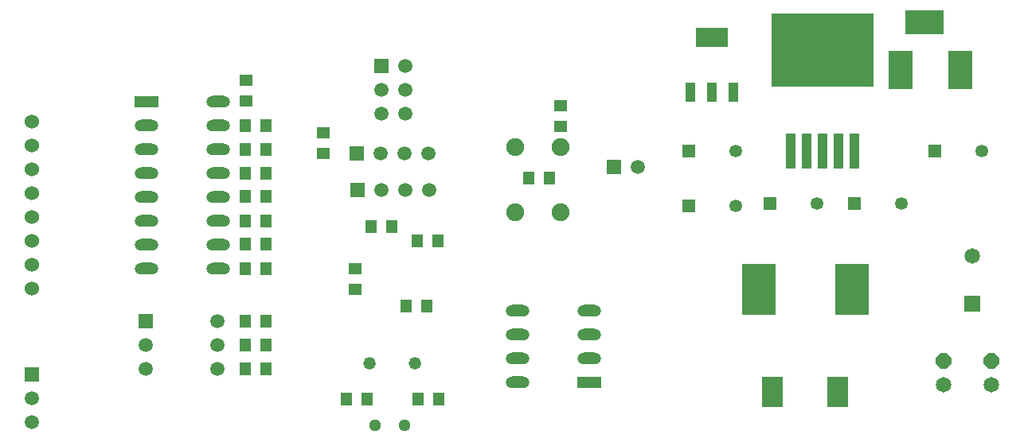
<source format=gbr>
G04*
G04 #@! TF.GenerationSoftware,Altium Limited,Altium Designer,22.4.2 (48)*
G04*
G04 Layer_Color=255*
%FSLAX24Y24*%
%MOIN*%
G70*
G04*
G04 #@! TF.SameCoordinates,3D4B7757-4479-4088-A00E-F10E6AE17A54*
G04*
G04*
G04 #@! TF.FilePolarity,Positive*
G04*
G01*
G75*
%ADD23R,0.0472X0.0551*%
%ADD24R,0.0551X0.0472*%
%ADD38C,0.0600*%
%ADD52C,0.0591*%
%ADD53R,0.0591X0.0591*%
%ADD54R,0.1000X0.0500*%
%ADD55O,0.1000X0.0500*%
%ADD56C,0.0520*%
%ADD57R,0.0591X0.0591*%
%ADD58C,0.0512*%
%ADD59C,0.0750*%
%ADD60R,0.0531X0.0531*%
%ADD61C,0.0531*%
%ADD62P,0.0704X8X292.5*%
%ADD63C,0.0650*%
%ADD64R,0.0650X0.0650*%
%ADD65C,0.0650*%
%ADD66R,0.1600X0.1000*%
%ADD67R,0.1000X0.1600*%
%ADD69R,0.0433X0.0846*%
%ADD70R,0.1319X0.0846*%
%ADD71R,0.1417X0.2165*%
%ADD72R,0.0886X0.1252*%
%ADD73R,0.0390X0.1492*%
%ADD74R,0.4268X0.3102*%
D23*
X20030Y4475D02*
D03*
X19164D02*
D03*
X20034Y5470D02*
D03*
X19168D02*
D03*
X20030Y6465D02*
D03*
X19164D02*
D03*
X20034Y8680D02*
D03*
X19168D02*
D03*
X20034Y11688D02*
D03*
X19168D02*
D03*
X20034Y9700D02*
D03*
X19168D02*
D03*
X20034Y10678D02*
D03*
X19168D02*
D03*
X24428Y10450D02*
D03*
X25294D02*
D03*
X27234Y9850D02*
D03*
X26368D02*
D03*
X23388Y3200D02*
D03*
X24254D02*
D03*
X27254D02*
D03*
X26388D02*
D03*
X25888Y7100D02*
D03*
X26754D02*
D03*
X20030Y14677D02*
D03*
X19164D02*
D03*
X20034Y12678D02*
D03*
X19168D02*
D03*
X20034Y13680D02*
D03*
X19168D02*
D03*
X31045Y12461D02*
D03*
X31911D02*
D03*
D24*
X23761Y7797D02*
D03*
Y8663D02*
D03*
X22441Y13497D02*
D03*
Y14363D02*
D03*
X19201Y16583D02*
D03*
Y15717D02*
D03*
X32358Y15494D02*
D03*
Y14628D02*
D03*
D38*
X10221Y14830D02*
D03*
Y13830D02*
D03*
Y12830D02*
D03*
Y11830D02*
D03*
Y10830D02*
D03*
Y9830D02*
D03*
Y8830D02*
D03*
Y7830D02*
D03*
D52*
X26851Y11970D02*
D03*
X25851D02*
D03*
X24851D02*
D03*
X14984Y5470D02*
D03*
Y4470D02*
D03*
X17984Y6470D02*
D03*
Y5470D02*
D03*
Y4470D02*
D03*
X25861Y17168D02*
D03*
X24861Y16168D02*
D03*
X25861D02*
D03*
X24861Y15168D02*
D03*
X25861D02*
D03*
X24845Y13492D02*
D03*
X25845D02*
D03*
X26845D02*
D03*
X10221Y2243D02*
D03*
Y3243D02*
D03*
X35615Y12935D02*
D03*
D53*
X23851Y11970D02*
D03*
X14984Y6470D02*
D03*
X23845Y13492D02*
D03*
X34615Y12935D02*
D03*
D54*
X15041Y15680D02*
D03*
X33561Y3900D02*
D03*
D55*
X15041Y14680D02*
D03*
Y13680D02*
D03*
Y12680D02*
D03*
Y11680D02*
D03*
Y10680D02*
D03*
Y9680D02*
D03*
Y8680D02*
D03*
X18041Y15680D02*
D03*
Y14680D02*
D03*
Y13680D02*
D03*
Y12680D02*
D03*
Y11680D02*
D03*
Y10680D02*
D03*
Y9680D02*
D03*
Y8680D02*
D03*
X30561Y6900D02*
D03*
Y5900D02*
D03*
Y4900D02*
D03*
Y3900D02*
D03*
X33561Y6900D02*
D03*
Y5900D02*
D03*
Y4900D02*
D03*
D56*
X26271Y4700D02*
D03*
X24371D02*
D03*
D57*
X24861Y17168D02*
D03*
X10221Y4243D02*
D03*
D58*
X24611Y2100D02*
D03*
X25831D02*
D03*
D59*
X32358Y13761D02*
D03*
X30478Y11051D02*
D03*
X32358D02*
D03*
X30478Y13761D02*
D03*
D60*
X48017Y13610D02*
D03*
X37717Y11310D02*
D03*
Y13610D02*
D03*
X41117Y11410D02*
D03*
X44665D02*
D03*
D61*
X49985Y13610D02*
D03*
X39685Y11310D02*
D03*
Y13610D02*
D03*
X43085Y11410D02*
D03*
X46634D02*
D03*
D62*
X48401Y4810D02*
D03*
X50401D02*
D03*
D63*
X48401Y3810D02*
D03*
X50401D02*
D03*
D64*
X49601Y7210D02*
D03*
D65*
Y9210D02*
D03*
D66*
X47601Y19010D02*
D03*
D67*
X49101Y17010D02*
D03*
X46601D02*
D03*
D69*
X39606Y16059D02*
D03*
X38701D02*
D03*
X37795D02*
D03*
D70*
X38701Y18362D02*
D03*
D71*
X44550Y7810D02*
D03*
X40652D02*
D03*
D72*
X43961Y3510D02*
D03*
X41241D02*
D03*
D73*
X44670Y13610D02*
D03*
X44001D02*
D03*
X43332D02*
D03*
X42662D02*
D03*
X41993D02*
D03*
D74*
X43332Y17843D02*
D03*
M02*

</source>
